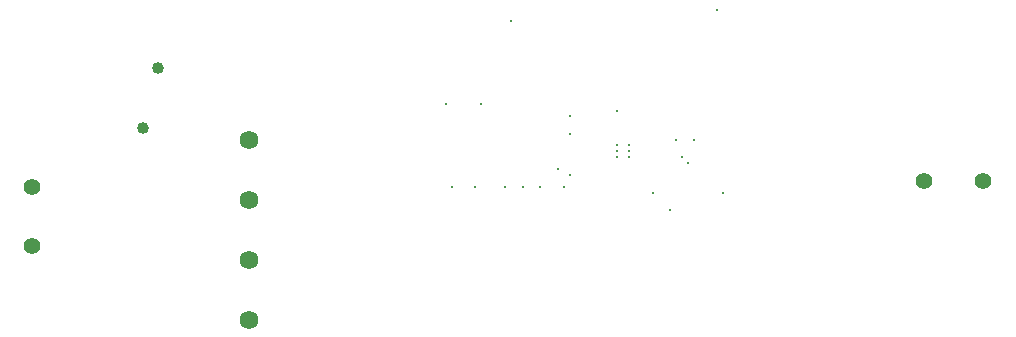
<source format=gbr>
%TF.GenerationSoftware,KiCad,Pcbnew,9.0.6*%
%TF.CreationDate,2025-11-14T16:09:09+05:30*%
%TF.ProjectId,fiveV_2A_LPS,66697665-565f-4324-915f-4c50532e6b69,rev?*%
%TF.SameCoordinates,Original*%
%TF.FileFunction,Plated,1,2,PTH,Drill*%
%TF.FilePolarity,Positive*%
%FSLAX46Y46*%
G04 Gerber Fmt 4.6, Leading zero omitted, Abs format (unit mm)*
G04 Created by KiCad (PCBNEW 9.0.6) date 2025-11-14 16:09:09*
%MOMM*%
%LPD*%
G01*
G04 APERTURE LIST*
%TA.AperFunction,ViaDrill*%
%ADD10C,0.200000*%
%TD*%
%TA.AperFunction,ViaDrill*%
%ADD11C,0.300000*%
%TD*%
%TA.AperFunction,ComponentDrill*%
%ADD12C,1.010000*%
%TD*%
%TA.AperFunction,ComponentDrill*%
%ADD13C,1.400000*%
%TD*%
%TA.AperFunction,ComponentDrill*%
%ADD14C,1.590000*%
%TD*%
G04 APERTURE END LIST*
D10*
X223500000Y-102000000D03*
X223500000Y-102500000D03*
X223500000Y-103000000D03*
X224500000Y-102000000D03*
X224500000Y-102500000D03*
X224500000Y-103000000D03*
D11*
X209000000Y-98500000D03*
X209500000Y-105500000D03*
X211500000Y-105500000D03*
X212000000Y-98500000D03*
X214000000Y-105500000D03*
X214500000Y-91500000D03*
X215500000Y-105500000D03*
X217000000Y-105500000D03*
X218500000Y-104000000D03*
X219000000Y-105500000D03*
X219500000Y-99500000D03*
X219500000Y-99500000D03*
X219500000Y-101000000D03*
X219500000Y-104500000D03*
X223500000Y-99066000D03*
X226500000Y-106000000D03*
X228000000Y-107500000D03*
X228500000Y-101500000D03*
X229000000Y-103000000D03*
X229500000Y-103500000D03*
X230000000Y-101500000D03*
X232000000Y-90500000D03*
X232500000Y-106000000D03*
D12*
%TO.C,F1*%
X183400000Y-100550000D03*
X184600000Y-95450000D03*
D13*
%TO.C,J1*%
X174000000Y-105500000D03*
X174000000Y-110500000D03*
%TO.C,J2*%
X249500000Y-105000000D03*
X254500000Y-105000000D03*
D14*
%TO.C,BR1*%
X192346000Y-101500000D03*
X192346000Y-106580000D03*
X192346000Y-111660000D03*
X192346000Y-116740000D03*
M02*

</source>
